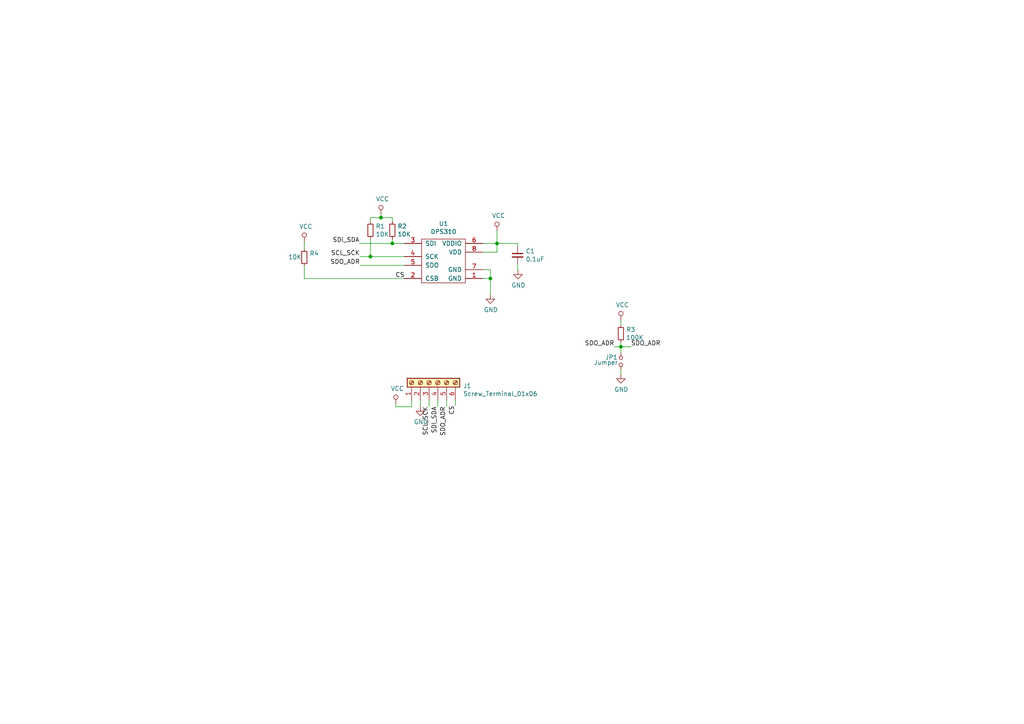
<source format=kicad_sch>
(kicad_sch (version 20230121) (generator eeschema)
  (paper "A4")
  (title_block (title "Croquette DPS310\r is optional and will set\rthe address to 0x76 instead\rDSP310") (date "2020-01-10") (rev "1.0") (company "Electronic Cats") (comment 4 "Andres Sabas"))
  (lib_symbols
    (symbol "DPS310-rescue:C_Small-Device" (pin_numbers hide) (pin_names (offset 0.254) hide)
      (property "Reference" "C" (at 0.254 1.778 0))
      (property "Value" "C_Small-Device" (at 0.254 -2.032 0))
      (symbol "C_Small-Device_0_1"
        (polyline (pts (xy -1.524 -0.508) (xy 1.524 -0.508)) (stroke (width 0.3302)))
        (polyline (pts (xy -1.524 0.508) (xy 1.524 0.508)) (stroke (width 0.3048)))
      )
      (symbol "C_Small-Device_1_1"
        (pin passive line (at 0 2.54 270) (length 2.032) (name "~") (number "1"))
        (pin passive line (at 0 -2.54 90) (length 2.032) (name "~") (number "2"))
      )
    )
    (symbol "DPS310-rescue:DPS310-electroniccats" (pin_names (offset 1.016))
      (property "Reference" "U" (at 5.08 -10.16 0))
      (property "Value" "DPS310-electroniccats" (at 0 5.08 0))
      (symbol "DPS310-electroniccats_0_1"
        (rectangle (start -6.35 3.81) (end 6.35 -8.89))
      )
      (symbol "DPS310-electroniccats_1_1"
        (pin input line (at 11.43 -7.62 180) (length 5.08) (name "GND") (number "1"))
        (pin input line (at -11.43 -7.62 0) (length 5.08) (name "CSB") (number "2"))
        (pin input line (at -11.43 2.54 0) (length 5.08) (name "SDI") (number "3"))
        (pin input line (at -11.43 -1.27 0) (length 5.08) (name "SCK") (number "4"))
        (pin input line (at -11.43 -3.81 0) (length 5.08) (name "SDO") (number "5"))
        (pin input line (at 11.43 2.54 180) (length 5.08) (name "VDDIO") (number "6"))
        (pin input line (at 11.43 -5.08 180) (length 5.08) (name "GND") (number "7"))
        (pin input line (at 11.43 0 180) (length 5.08) (name "VDD") (number "8"))
      )
    )
    (symbol "DPS310-rescue:GND-power" (power) (pin_names (offset 0))
      (property "Value" "GND-power" (at 0 -3.81 0))
      (symbol "GND-power_0_1"
        (polyline (pts (xy 0 0) (xy 0 -1.27) (xy 1.27 -1.27) (xy 0 -2.54) (xy -1.27 -1.27) (xy 0 -1.27)))
      )
      (symbol "GND-power_1_1"
        (pin power_in line (at 0 0 270) (length 0) hide (name "GND") (number "1"))
      )
    )
    (symbol "DPS310-rescue:Jumper_NO_Small-Device" (pin_numbers hide) (pin_names (offset 0.762) hide)
      (property "Reference" "JP" (at 0 2.032 0))
      (property "Value" "Jumper_NO_Small-Device" (at 0.254 -1.524 0))
      (symbol "Jumper_NO_Small-Device_0_1"
        (circle (center -1.016 0) (radius 0.508))
        (circle (center 1.016 0) (radius 0.508))
        (pin passive line (at -2.54 0 0) (length 1.016) (name "1") (number "1"))
        (pin passive line (at 2.54 0 180) (length 1.016) (name "2") (number "2"))
      )
    )
    (symbol "DPS310-rescue:R_Small-Device" (pin_numbers hide) (pin_names (offset 0.254) hide)
      (property "Reference" "R" (at 0.762 0.508 0))
      (property "Value" "R_Small-Device" (at 0.762 -1.016 0))
      (symbol "R_Small-Device_0_1"
        (rectangle (start -0.762 1.778) (end 0.762 -1.778) (stroke (width 0.2032)))
      )
      (symbol "R_Small-Device_1_1"
        (pin passive line (at 0 2.54 270) (length 0.762) (name "~") (number "1"))
        (pin passive line (at 0 -2.54 90) (length 0.762) (name "~") (number "2"))
      )
    )
    (symbol "DPS310-rescue:Screw_Terminal_01x06-Connector" (pin_names (offset 1.016) hide)
      (property "Reference" "J" (at 0 7.62 0))
      (property "Value" "Screw_Terminal_01x06-Connector" (at 0 -10.16 0))
      (symbol "Screw_Terminal_01x06-Connector_1_1"
        (rectangle (start -1.27 6.35) (end 1.27 -8.89) (stroke (width 0.254)) (fill (type background)))
        (circle (center 0 -7.62) (radius 0.635) (stroke (width 0.1524)))
        (circle (center 0 -5.08) (radius 0.635) (stroke (width 0.1524)))
        (circle (center 0 -2.54) (radius 0.635) (stroke (width 0.1524)))
        (polyline (pts (xy -0.5334 -7.2898) (xy 0.3302 -8.128)) (stroke (width 0.1524)))
        (polyline (pts (xy -0.5334 -4.7498) (xy 0.3302 -5.588)) (stroke (width 0.1524)))
        (polyline (pts (xy -0.5334 -2.2098) (xy 0.3302 -3.048)) (stroke (width 0.1524)))
        (polyline (pts (xy -0.5334 0.3302) (xy 0.3302 -0.508)) (stroke (width 0.1524)))
        (polyline (pts (xy -0.5334 2.8702) (xy 0.3302 2.032)) (stroke (width 0.1524)))
        (polyline (pts (xy -0.5334 5.4102) (xy 0.3302 4.572)) (stroke (width 0.1524)))
        (polyline (pts (xy -0.3556 -7.112) (xy 0.508 -7.9502)) (stroke (width 0.1524)))
        (polyline (pts (xy -0.3556 -4.572) (xy 0.508 -5.4102)) (stroke (width 0.1524)))
        (polyline (pts (xy -0.3556 -2.032) (xy 0.508 -2.8702)) (stroke (width 0.1524)))
        (polyline (pts (xy -0.3556 0.508) (xy 0.508 -0.3302)) (stroke (width 0.1524)))
        (polyline (pts (xy -0.3556 3.048) (xy 0.508 2.2098)) (stroke (width 0.1524)))
        (polyline (pts (xy -0.3556 5.588) (xy 0.508 4.7498)) (stroke (width 0.1524)))
        (circle (center 0 0) (radius 0.635) (stroke (width 0.1524)))
        (circle (center 0 2.54) (radius 0.635) (stroke (width 0.1524)))
        (circle (center 0 5.08) (radius 0.635) (stroke (width 0.1524)))
        (pin passive line (at -5.08 5.08 0) (length 3.81) (name "Pin_1") (number "1"))
        (pin passive line (at -5.08 2.54 0) (length 3.81) (name "Pin_2") (number "2"))
        (pin passive line (at -5.08 0 0) (length 3.81) (name "Pin_3") (number "3"))
        (pin passive line (at -5.08 -2.54 0) (length 3.81) (name "Pin_4") (number "4"))
        (pin passive line (at -5.08 -5.08 0) (length 3.81) (name "Pin_5") (number "5"))
        (pin passive line (at -5.08 -7.62 0) (length 3.81) (name "Pin_6") (number "6"))
      )
    )
    (symbol "DPS310-rescue:VCC-power" (power) (pin_names (offset 0))
      (property "Value" "VCC-power" (at 0 3.81 0))
      (symbol "VCC-power_0_1"
        (polyline (pts (xy 0 0) (xy 0 1.27)))
        (circle (center 0 1.905) (radius 0.635))
      )
      (symbol "VCC-power_1_1"
        (pin power_in line (at 0 0 90) (length 0) hide (name "VCC") (number "1"))
      )
    )
  )
  (junction (at 110.49 63.119))
  (junction (at 107.442 74.422))
  (junction (at 113.792 70.612))
  (junction (at 142.24 80.772))
  (junction (at 144.145 70.612))
  (junction (at 180.086 100.584))
  (wire (pts (xy 140.081 73.152) (xy 144.145 73.152)))
  (wire (pts (xy 150.114 78.359) (xy 150.241 78.359)))
  (wire (pts (xy 113.792 63.119) (xy 113.792 64.262)))
  (wire (pts (xy 180.086 100.584) (xy 180.086 99.314)))
  (wire (pts (xy 180.086 94.234) (xy 180.086 92.837)))
  (wire (pts (xy 107.442 63.119) (xy 110.49 63.119)))
  (wire (pts (xy 144.145 66.929) (xy 144.145 70.612)))
  (wire (pts (xy 150.114 70.612) (xy 150.114 71.501)))
  (wire (pts (xy 104.267 70.612) (xy 113.792 70.612)))
  (wire (pts (xy 142.24 80.772) (xy 142.24 85.471)))
  (wire (pts (xy 150.114 76.581) (xy 150.114 78.359)))
  (wire (pts (xy 88.265 80.772) (xy 88.265 77.216)))
  (wire (pts (xy 180.086 102.235) (xy 180.086 100.584)))
  (wire (pts (xy 88.265 72.136) (xy 88.265 70.104)))
  (wire (pts (xy 104.394 76.962) (xy 117.221 76.962)))
  (wire (pts (xy 114.808 117.983) (xy 114.808 117.094)))
  (wire (pts (xy 107.442 74.422) (xy 117.221 74.422)))
  (wire (pts (xy 113.792 70.612) (xy 117.221 70.612)))
  (wire (pts (xy 127 116.078) (xy 127 117.856)))
  (wire (pts (xy 124.46 116.078) (xy 124.46 117.856)))
  (wire (pts (xy 107.442 74.422) (xy 107.442 69.342)))
  (wire (pts (xy 107.442 64.262) (xy 107.442 63.119)))
  (wire (pts (xy 110.49 63.119) (xy 113.792 63.119)))
  (wire (pts (xy 107.442 74.422) (xy 104.394 74.422)))
  (wire (pts (xy 180.086 107.315) (xy 180.086 108.585)))
  (wire (pts (xy 180.086 100.584) (xy 178.181 100.584)))
  (wire (pts (xy 140.081 78.232) (xy 142.24 78.232)))
  (wire (pts (xy 140.081 80.772) (xy 142.24 80.772)))
  (wire (pts (xy 144.145 70.612) (xy 144.145 73.152)))
  (wire (pts (xy 129.54 116.078) (xy 129.54 117.856)))
  (wire (pts (xy 140.081 70.612) (xy 144.145 70.612)))
  (wire (pts (xy 119.38 116.078) (xy 119.38 117.983)))
  (wire (pts (xy 110.49 63.119) (xy 110.49 62.103)))
  (wire (pts (xy 119.38 117.983) (xy 114.808 117.983)))
  (wire (pts (xy 180.086 100.584) (xy 183.007 100.584)))
  (wire (pts (xy 142.24 78.232) (xy 142.24 80.772)))
  (wire (pts (xy 113.792 69.342) (xy 113.792 70.612)))
  (wire (pts (xy 150.114 70.612) (xy 144.145 70.612)))
  (wire (pts (xy 132.08 116.078) (xy 132.08 117.602)))
  (wire (pts (xy 88.265 80.772) (xy 117.221 80.772)))
  (wire (pts (xy 121.92 116.078) (xy 121.92 117.983)))
  (label "SDI_SDA" (at 104.267 70.612 180))
  (label "SDI_SDA" (at 127 117.856 270))
  (label "CS" (at 114.681 80.772 0))
  (label "SDO_ADR" (at 104.394 76.962 180))
  (label "CS" (at 132.08 117.602 270))
  (label "SCL_SCK" (at 124.46 117.856 270))
  (label "SCL_SCK" (at 104.394 74.422 180))
  (label "SDO_ADR" (at 129.54 117.856 270))
  (label "SDO_ADR" (at 178.181 100.584 180))
  (label "SDO_ADR" (at 183.007 100.584 0))
  (symbol (lib_id "DPS310-rescue:R_Small-Device") (at 113.792 66.802 0) (unit 1)
    (property "Reference" "R2" (at 115.2906 65.6336 0) (effects (justify left)))
    (property "Value" "10K" (at 115.2906 67.945 0) (effects (justify left)))
    (property "Footprint" "Resistor_SMD:R_0805_2012Metric_Pad1.15x1.40mm_HandSolder" (effects hide))
  )
  (symbol (lib_id "DPS310-rescue:R_Small-Device") (at 107.442 66.802 0) (unit 1)
    (property "Reference" "R1" (at 108.9406 65.6336 0) (effects (justify left)))
    (property "Value" "10K" (at 108.9406 67.945 0) (effects (justify left)))
    (property "Footprint" "Resistor_SMD:R_0805_2012Metric_Pad1.15x1.40mm_HandSolder" (effects hide))
  )
  (symbol (lib_id "DPS310-rescue:R_Small-Device") (at 180.086 96.774 0) (unit 1)
    (property "Reference" "R3" (at 181.5846 95.6056 0) (effects (justify left)))
    (property "Value" "100K" (at 181.5846 97.917 0) (effects (justify left)))
    (property "Footprint" "Resistor_SMD:R_0805_2012Metric_Pad1.15x1.40mm_HandSolder" (effects hide))
  )
  (symbol (lib_id "DPS310-rescue:C_Small-Device") (at 150.114 74.041 0) (unit 1)
    (property "Reference" "C1" (at 152.4508 72.8726 0) (effects (justify left)))
    (property "Value" "0.1uF" (at 152.4508 75.184 0) (effects (justify left)))
    (property "Footprint" "Capacitor_SMD:C_0805_2012Metric_Pad1.15x1.40mm_HandSolder" (effects hide))
  )
  (symbol (lib_id "DPS310-rescue:VCC-power") (at 114.808 117.094 0) (unit 1)
    (property "Reference" "#PWR06" (effects hide))
    (property "Value" "VCC" (at 115.2398 112.6998 0))
  )
  (symbol (lib_id "DPS310-rescue:GND-power") (at 121.92 117.983 0) (unit 1)
    (property "Reference" "#PWR07" (effects hide))
    (property "Value" "GND" (at 122.047 122.3772 0))
  )
  (symbol (lib_id "DPS310-rescue:DPS310-electroniccats") (at 128.651 73.152 0) (unit 1)
    (property "Reference" "U1" (at 128.651 64.897 0))
    (property "Value" "DPS310" (at 128.651 67.2084 0))
    (property "Footprint" "Package_LGA:Bosch_LGA-8_2x2.5mm_P0.65mm_ClockwisePinNumbering" (effects hide))
  )
  (symbol (lib_id "DPS310-rescue:GND-power") (at 150.241 78.359 0) (unit 1)
    (property "Reference" "#PWR03" (effects hide))
    (property "Value" "GND" (at 150.368 82.7532 0))
  )
  (symbol (lib_id "DPS310-rescue:VCC-power") (at 144.145 66.929 0) (unit 1)
    (property "Reference" "#PWR02" (effects hide))
    (property "Value" "VCC" (at 144.5768 62.5348 0))
  )
  (symbol (lib_id "DPS310-rescue:GND-power") (at 142.24 85.471 0) (unit 1)
    (property "Reference" "#PWR04" (effects hide))
    (property "Value" "GND" (at 142.367 89.8652 0))
  )
  (symbol (lib_id "DPS310-rescue:Jumper_NO_Small-Device") (at 180.086 104.775 270) (unit 1)
    (property "Reference" "JP1" (at 175.514 103.632 90) (effects (justify left)))
    (property "Value" "Jumper" (at 172.212 105.156 90) (effects (justify left)))
    (property "Footprint" "Jumper:SolderJumper-2_P1.3mm_Open_TrianglePad1.0x1.5mm" (effects hide))
  )
  (symbol (lib_id "DPS310-rescue:GND-power") (at 180.086 108.585 0) (unit 1)
    (property "Reference" "#PWR05" (effects hide))
    (property "Value" "GND" (at 180.213 112.9792 0))
  )
  (symbol (lib_id "DPS310-rescue:VCC-power") (at 110.49 62.103 0) (unit 1)
    (property "Reference" "#PWR01" (effects hide))
    (property "Value" "VCC" (at 110.9218 57.7088 0))
  )
  (symbol (lib_id "DPS310-rescue:Screw_Terminal_01x06-Connector") (at 124.46 110.998 90) (unit 1)
    (property "Reference" "J1" (at 134.3152 111.9124 90) (effects (justify right)))
    (property "Value" "Screw_Terminal_01x06" (at 134.3152 114.2238 90) (effects (justify right)))
    (property "Footprint" "Connector_PinHeader_2.54mm:PinHeader_1x06_P2.54mm_Vertical" (effects hide))
  )
  (symbol (lib_id "DPS310-rescue:VCC-power") (at 180.086 92.837 0) (unit 1)
    (property "Reference" "#PWR09" (effects hide))
    (property "Value" "VCC" (at 180.5178 88.4428 0))
  )
  (symbol (lib_id "DPS310-rescue:R_Small-Device") (at 88.265 74.676 0) (unit 1)
    (property "Reference" "R4" (at 89.7636 73.5076 0) (effects (justify left)))
    (property "Value" "10K" (at 83.566 74.549 0) (effects (justify left)))
    (property "Footprint" "Capacitor_SMD:C_0805_2012Metric_Pad1.15x1.40mm_HandSolder" (effects hide))
  )
  (symbol (lib_id "DPS310-rescue:VCC-power") (at 88.265 70.104 0) (unit 1)
    (property "Reference" "#PWR08" (effects hide))
    (property "Value" "VCC" (at 88.6968 65.7098 0))
  )
)
</source>
